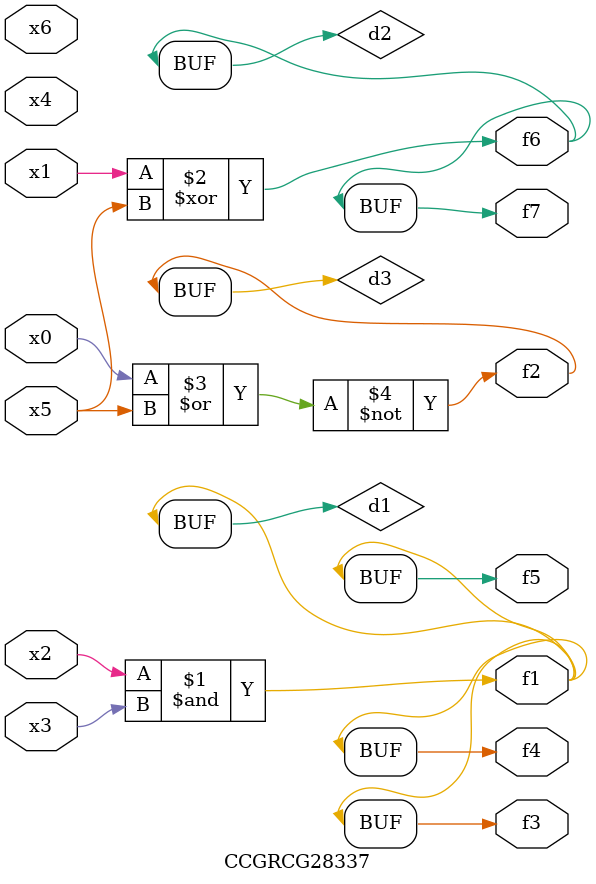
<source format=v>
module CCGRCG28337(
	input x0, x1, x2, x3, x4, x5, x6,
	output f1, f2, f3, f4, f5, f6, f7
);

	wire d1, d2, d3;

	and (d1, x2, x3);
	xor (d2, x1, x5);
	nor (d3, x0, x5);
	assign f1 = d1;
	assign f2 = d3;
	assign f3 = d1;
	assign f4 = d1;
	assign f5 = d1;
	assign f6 = d2;
	assign f7 = d2;
endmodule

</source>
